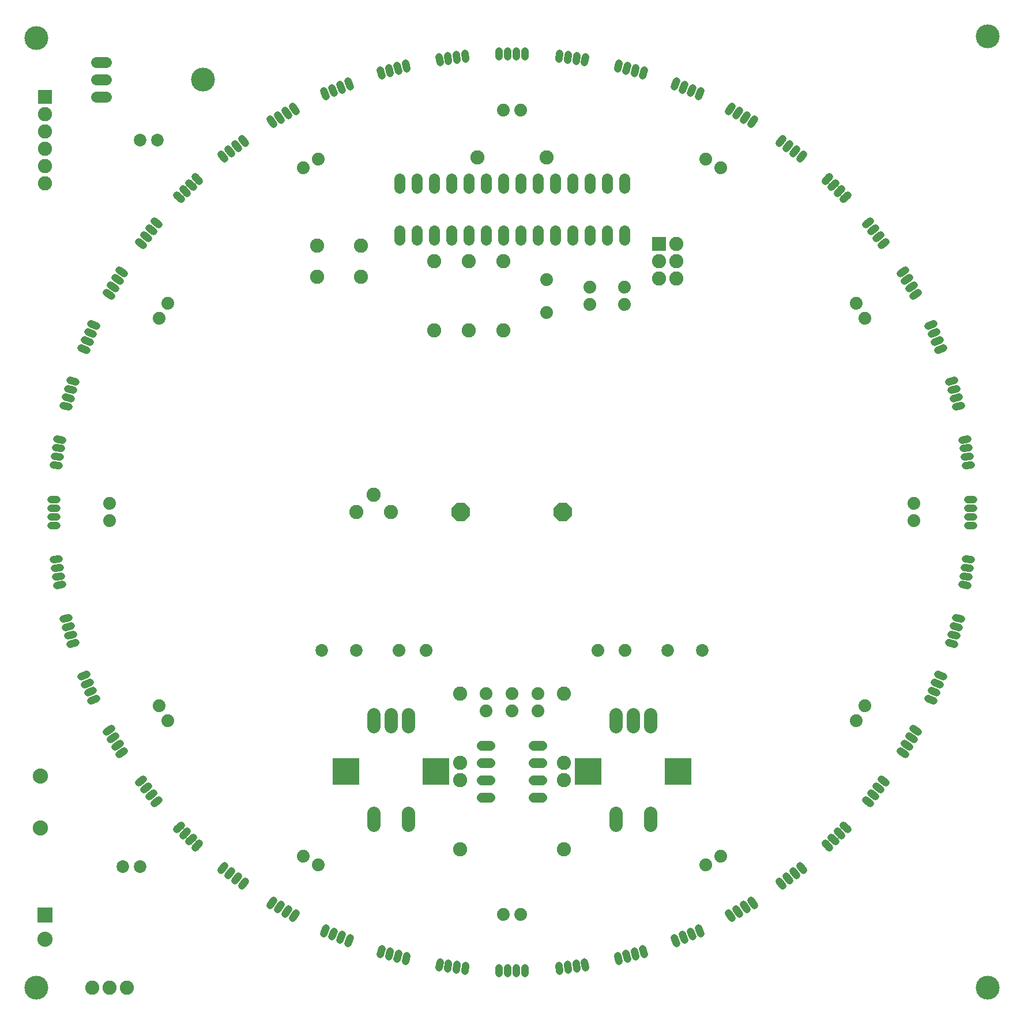
<source format=gbs>
G75*
%MOIN*%
%OFA0B0*%
%FSLAX24Y24*%
%IPPOS*%
%LPD*%
%AMOC8*
5,1,8,0,0,1.08239X$1,22.5*
%
%ADD10C,0.0430*%
%ADD11C,0.1380*%
%ADD12R,0.0820X0.0820*%
%ADD13C,0.0820*%
%ADD14C,0.0640*%
%ADD15C,0.0730*%
%ADD16C,0.0880*%
%ADD17R,0.0880X0.0880*%
%ADD18C,0.0740*%
%ADD19C,0.0780*%
%ADD20R,0.1580X0.1580*%
%ADD21C,0.0580*%
%ADD22OC8,0.1080*%
D10*
X012290Y014593D02*
X012503Y014871D01*
X012107Y015175D02*
X011893Y014898D01*
X012687Y014289D02*
X012900Y014567D01*
X013297Y014262D02*
X013083Y013985D01*
X014738Y012873D02*
X014913Y013177D01*
X015346Y012927D02*
X015171Y012623D01*
X015604Y012373D02*
X015779Y012677D01*
X016212Y012427D02*
X016037Y012123D01*
X017825Y011245D02*
X017959Y011569D01*
X018421Y011377D02*
X018287Y011054D01*
X018749Y010863D02*
X018883Y011186D01*
X019345Y010995D02*
X019211Y010671D01*
X021095Y010025D02*
X021186Y010363D01*
X021669Y010234D02*
X021578Y009896D01*
X022061Y009766D02*
X022152Y010104D01*
X022635Y009975D02*
X022544Y009637D01*
X024499Y009254D02*
X024544Y009601D01*
X025040Y009536D02*
X024994Y009189D01*
X025490Y009124D02*
X025536Y009471D01*
X026031Y009406D02*
X025986Y009059D01*
X027975Y008925D02*
X027975Y009275D01*
X028475Y009275D02*
X028475Y008925D01*
X028975Y008925D02*
X028975Y009275D01*
X029475Y009275D02*
X029475Y008925D01*
X031464Y009059D02*
X031419Y009406D01*
X031914Y009471D02*
X031960Y009124D01*
X032456Y009189D02*
X032410Y009536D01*
X032906Y009601D02*
X032951Y009254D01*
X034906Y009637D02*
X034815Y009975D01*
X035298Y010104D02*
X035389Y009766D01*
X035872Y009896D02*
X035781Y010234D01*
X036264Y010363D02*
X036355Y010025D01*
X038239Y010671D02*
X038105Y010995D01*
X038567Y011186D02*
X038701Y010863D01*
X039163Y011054D02*
X039029Y011377D01*
X039491Y011569D02*
X039625Y011245D01*
X041413Y012123D02*
X041238Y012427D01*
X041671Y012677D02*
X041846Y012373D01*
X042279Y012623D02*
X042104Y012927D01*
X042537Y013177D02*
X042712Y012873D01*
X044367Y013985D02*
X044153Y014262D01*
X044550Y014567D02*
X044763Y014289D01*
X045160Y014593D02*
X044947Y014871D01*
X045343Y015175D02*
X045557Y014898D01*
X047058Y016206D02*
X046811Y016453D01*
X047164Y016807D02*
X047412Y016559D01*
X047766Y016913D02*
X047518Y017161D01*
X047872Y017514D02*
X048119Y017267D01*
X049427Y018768D02*
X049150Y018982D01*
X049454Y019378D02*
X049732Y019165D01*
X050036Y019562D02*
X049758Y019775D01*
X050063Y020172D02*
X050340Y019958D01*
X051452Y021613D02*
X051148Y021788D01*
X051398Y022221D02*
X051702Y022046D01*
X051952Y022479D02*
X051648Y022654D01*
X051898Y023087D02*
X052202Y022912D01*
X053080Y024700D02*
X052756Y024834D01*
X052948Y025296D02*
X053271Y025162D01*
X053462Y025624D02*
X053139Y025758D01*
X053330Y026220D02*
X053654Y026086D01*
X054300Y027970D02*
X053962Y028061D01*
X054091Y028544D02*
X054429Y028453D01*
X054559Y028936D02*
X054221Y029027D01*
X054350Y029510D02*
X054688Y029419D01*
X055071Y031374D02*
X054724Y031419D01*
X054789Y031915D02*
X055136Y031869D01*
X055201Y032365D02*
X054854Y032411D01*
X054919Y032906D02*
X055266Y032861D01*
X055400Y034850D02*
X055050Y034850D01*
X055050Y035350D02*
X055400Y035350D01*
X055400Y035850D02*
X055050Y035850D01*
X055050Y036350D02*
X055400Y036350D01*
X055266Y038339D02*
X054919Y038294D01*
X054854Y038789D02*
X055201Y038835D01*
X055136Y039331D02*
X054789Y039285D01*
X054724Y039781D02*
X055071Y039826D01*
X054688Y041781D02*
X054350Y041690D01*
X054221Y042173D02*
X054559Y042264D01*
X054429Y042747D02*
X054091Y042656D01*
X053962Y043139D02*
X054300Y043230D01*
X053654Y045114D02*
X053330Y044980D01*
X053139Y045442D02*
X053462Y045576D01*
X053271Y046038D02*
X052948Y045904D01*
X052756Y046366D02*
X053080Y046500D01*
X052202Y048288D02*
X051898Y048113D01*
X051648Y048546D02*
X051952Y048721D01*
X051702Y049154D02*
X051398Y048979D01*
X051148Y049412D02*
X051452Y049587D01*
X050340Y051242D02*
X050063Y051028D01*
X049758Y051425D02*
X050036Y051638D01*
X049732Y052035D02*
X049454Y051822D01*
X049150Y052218D02*
X049427Y052432D01*
X048119Y053933D02*
X047872Y053686D01*
X047518Y054039D02*
X047766Y054287D01*
X047412Y054641D02*
X047164Y054393D01*
X046811Y054747D02*
X047058Y054994D01*
X045557Y056302D02*
X045343Y056025D01*
X044947Y056329D02*
X045160Y056607D01*
X044763Y056911D02*
X044550Y056633D01*
X044153Y056938D02*
X044367Y057215D01*
X042712Y058327D02*
X042537Y058023D01*
X042104Y058273D02*
X042279Y058577D01*
X041846Y058827D02*
X041671Y058523D01*
X041238Y058773D02*
X041413Y059077D01*
X039625Y059955D02*
X039491Y059631D01*
X039029Y059823D02*
X039163Y060146D01*
X038701Y060337D02*
X038567Y060014D01*
X038105Y060205D02*
X038239Y060529D01*
X036355Y061175D02*
X036264Y060837D01*
X035781Y060966D02*
X035872Y061304D01*
X035389Y061434D02*
X035298Y061096D01*
X034815Y061225D02*
X034906Y061563D01*
X032951Y061946D02*
X032906Y061599D01*
X032410Y061664D02*
X032456Y062011D01*
X031960Y062076D02*
X031914Y061729D01*
X031419Y061794D02*
X031464Y062141D01*
X029475Y062275D02*
X029475Y061925D01*
X028975Y061925D02*
X028975Y062275D01*
X028475Y062275D02*
X028475Y061925D01*
X027975Y061925D02*
X027975Y062275D01*
X025986Y062141D02*
X026031Y061794D01*
X025536Y061729D02*
X025490Y062076D01*
X024994Y062011D02*
X025040Y061664D01*
X024544Y061599D02*
X024499Y061946D01*
X022544Y061563D02*
X022635Y061225D01*
X022152Y061096D02*
X022061Y061434D01*
X021578Y061304D02*
X021669Y060966D01*
X021186Y060837D02*
X021095Y061175D01*
X019211Y060529D02*
X019345Y060205D01*
X018883Y060014D02*
X018749Y060337D01*
X018287Y060146D02*
X018421Y059823D01*
X017959Y059631D02*
X017825Y059955D01*
X016037Y059077D02*
X016212Y058773D01*
X015779Y058523D02*
X015604Y058827D01*
X015171Y058577D02*
X015346Y058273D01*
X014913Y058023D02*
X014738Y058327D01*
X013083Y057215D02*
X013297Y056938D01*
X012900Y056633D02*
X012687Y056911D01*
X012290Y056607D02*
X012503Y056329D01*
X012107Y056025D02*
X011893Y056302D01*
X010392Y054994D02*
X010639Y054747D01*
X010286Y054393D02*
X010038Y054641D01*
X009684Y054287D02*
X009932Y054039D01*
X009578Y053686D02*
X009331Y053933D01*
X008023Y052432D02*
X008300Y052218D01*
X007996Y051822D02*
X007718Y052035D01*
X007414Y051638D02*
X007692Y051425D01*
X007387Y051028D02*
X007110Y051242D01*
X005998Y049587D02*
X006302Y049412D01*
X006052Y048979D02*
X005748Y049154D01*
X005498Y048721D02*
X005802Y048546D01*
X005552Y048113D02*
X005248Y048288D01*
X004370Y046500D02*
X004694Y046366D01*
X004502Y045904D02*
X004179Y046038D01*
X003988Y045576D02*
X004311Y045442D01*
X004120Y044980D02*
X003796Y045114D01*
X003150Y043230D02*
X003488Y043139D01*
X003359Y042656D02*
X003021Y042747D01*
X002891Y042264D02*
X003229Y042173D01*
X003100Y041690D02*
X002762Y041781D01*
X002379Y039826D02*
X002726Y039781D01*
X002661Y039285D02*
X002314Y039331D01*
X002249Y038835D02*
X002596Y038789D01*
X002531Y038294D02*
X002184Y038339D01*
X002050Y036350D02*
X002400Y036350D01*
X002400Y035850D02*
X002050Y035850D01*
X002050Y035350D02*
X002400Y035350D01*
X002400Y034850D02*
X002050Y034850D01*
X002184Y032861D02*
X002531Y032906D01*
X002596Y032411D02*
X002249Y032365D01*
X002314Y031869D02*
X002661Y031915D01*
X002726Y031419D02*
X002379Y031374D01*
X002762Y029419D02*
X003100Y029510D01*
X003229Y029027D02*
X002891Y028936D01*
X003021Y028453D02*
X003359Y028544D01*
X003488Y028061D02*
X003150Y027970D01*
X003796Y026086D02*
X004120Y026220D01*
X004311Y025758D02*
X003988Y025624D01*
X004179Y025162D02*
X004502Y025296D01*
X004694Y024834D02*
X004370Y024700D01*
X005248Y022912D02*
X005552Y023087D01*
X005802Y022654D02*
X005498Y022479D01*
X005748Y022046D02*
X006052Y022221D01*
X006302Y021788D02*
X005998Y021613D01*
X007110Y019958D02*
X007387Y020172D01*
X007692Y019775D02*
X007414Y019562D01*
X007718Y019165D02*
X007996Y019378D01*
X008300Y018982D02*
X008023Y018768D01*
X009331Y017267D02*
X009578Y017514D01*
X009932Y017161D02*
X009684Y016913D01*
X010038Y016559D02*
X010286Y016807D01*
X010639Y016453D02*
X010392Y016206D01*
D11*
X001225Y008100D03*
X010875Y060600D03*
X001225Y063000D03*
X056225Y063100D03*
X056225Y008100D03*
D12*
X037225Y051100D03*
X001725Y059600D03*
D13*
X001725Y058600D03*
X001725Y057600D03*
X001725Y056600D03*
X001725Y055600D03*
X001725Y054600D03*
X017445Y050990D03*
X017445Y049210D03*
X020005Y049210D03*
X020005Y050990D03*
X024225Y050100D03*
X026225Y050100D03*
X028225Y050100D03*
X028225Y046100D03*
X026225Y046100D03*
X024225Y046100D03*
X020725Y036600D03*
X021725Y035600D03*
X019725Y035600D03*
X025725Y025100D03*
X025725Y021100D03*
X025725Y020100D03*
X025725Y016100D03*
X031725Y016100D03*
X031725Y020100D03*
X031725Y021100D03*
X031725Y025100D03*
X037225Y049100D03*
X037225Y050100D03*
X038225Y050100D03*
X038225Y049100D03*
X038225Y051100D03*
X030725Y056100D03*
X026725Y056100D03*
X006475Y008100D03*
X005475Y008100D03*
X004475Y008100D03*
D14*
X022225Y051320D02*
X022225Y051880D01*
X023225Y051880D02*
X023225Y051320D01*
X024225Y051320D02*
X024225Y051880D01*
X025225Y051880D02*
X025225Y051320D01*
X026225Y051320D02*
X026225Y051880D01*
X027225Y051880D02*
X027225Y051320D01*
X028225Y051320D02*
X028225Y051880D01*
X029225Y051880D02*
X029225Y051320D01*
X030225Y051320D02*
X030225Y051880D01*
X031225Y051880D02*
X031225Y051320D01*
X032225Y051320D02*
X032225Y051880D01*
X033225Y051880D02*
X033225Y051320D01*
X034225Y051320D02*
X034225Y051880D01*
X035225Y051880D02*
X035225Y051320D01*
X035225Y054320D02*
X035225Y054880D01*
X034225Y054880D02*
X034225Y054320D01*
X033225Y054320D02*
X033225Y054880D01*
X032225Y054880D02*
X032225Y054320D01*
X031225Y054320D02*
X031225Y054880D01*
X030225Y054880D02*
X030225Y054320D01*
X029225Y054320D02*
X029225Y054880D01*
X028225Y054880D02*
X028225Y054320D01*
X027225Y054320D02*
X027225Y054880D01*
X026225Y054880D02*
X026225Y054320D01*
X025225Y054320D02*
X025225Y054880D01*
X024225Y054880D02*
X024225Y054320D01*
X023225Y054320D02*
X023225Y054880D01*
X022225Y054880D02*
X022225Y054320D01*
X005255Y059600D02*
X004695Y059600D01*
X004695Y060600D02*
X005255Y060600D01*
X005255Y061600D02*
X004695Y061600D01*
D15*
X007225Y057100D03*
X008225Y057100D03*
X017740Y027600D03*
X019710Y027600D03*
X007225Y015100D03*
X006225Y015100D03*
X037740Y027600D03*
X039710Y027600D03*
D16*
X001725Y010911D03*
X001475Y017350D03*
X001475Y020350D03*
D17*
X001725Y012289D03*
D18*
X008835Y023547D03*
X008335Y024413D03*
X016672Y015710D03*
X017538Y015210D03*
X027225Y024100D03*
X027225Y025100D03*
X028725Y025100D03*
X028725Y024100D03*
X030225Y024100D03*
X030225Y025100D03*
X033688Y027600D03*
X035262Y027600D03*
X040788Y015710D03*
X039922Y015210D03*
X048615Y023547D03*
X049115Y024413D03*
X051975Y035100D03*
X051975Y036100D03*
X049115Y046797D03*
X048615Y047663D03*
X040788Y055490D03*
X039922Y055990D03*
X035225Y048600D03*
X035225Y047600D03*
X033225Y047600D03*
X033225Y048600D03*
X030725Y049050D03*
X030725Y047150D03*
X029225Y058850D03*
X028225Y058850D03*
X017528Y055990D03*
X016662Y055490D03*
X008835Y047653D03*
X008335Y046787D03*
X005475Y036100D03*
X005475Y035100D03*
X022188Y027600D03*
X023762Y027600D03*
X028225Y012350D03*
X029225Y012350D03*
D19*
X034725Y017500D02*
X034725Y018200D01*
X036725Y018200D02*
X036725Y017500D01*
X036725Y023200D02*
X036725Y023900D01*
X035725Y023900D02*
X035725Y023200D01*
X034725Y023200D02*
X034725Y023900D01*
X022725Y023900D02*
X022725Y023200D01*
X021725Y023200D02*
X021725Y023900D01*
X020725Y023900D02*
X020725Y023200D01*
X020725Y018200D02*
X020725Y017500D01*
X022725Y017500D02*
X022725Y018200D01*
D20*
X024325Y020600D03*
X019125Y020600D03*
X033125Y020600D03*
X038325Y020600D03*
D21*
X030475Y020100D02*
X029975Y020100D01*
X029975Y021100D02*
X030475Y021100D01*
X030475Y022100D02*
X029975Y022100D01*
X027475Y022100D02*
X026975Y022100D01*
X026975Y021100D02*
X027475Y021100D01*
X027475Y020100D02*
X026975Y020100D01*
X026975Y019100D02*
X027475Y019100D01*
X029975Y019100D02*
X030475Y019100D01*
D22*
X031675Y035600D03*
X025775Y035600D03*
M02*

</source>
